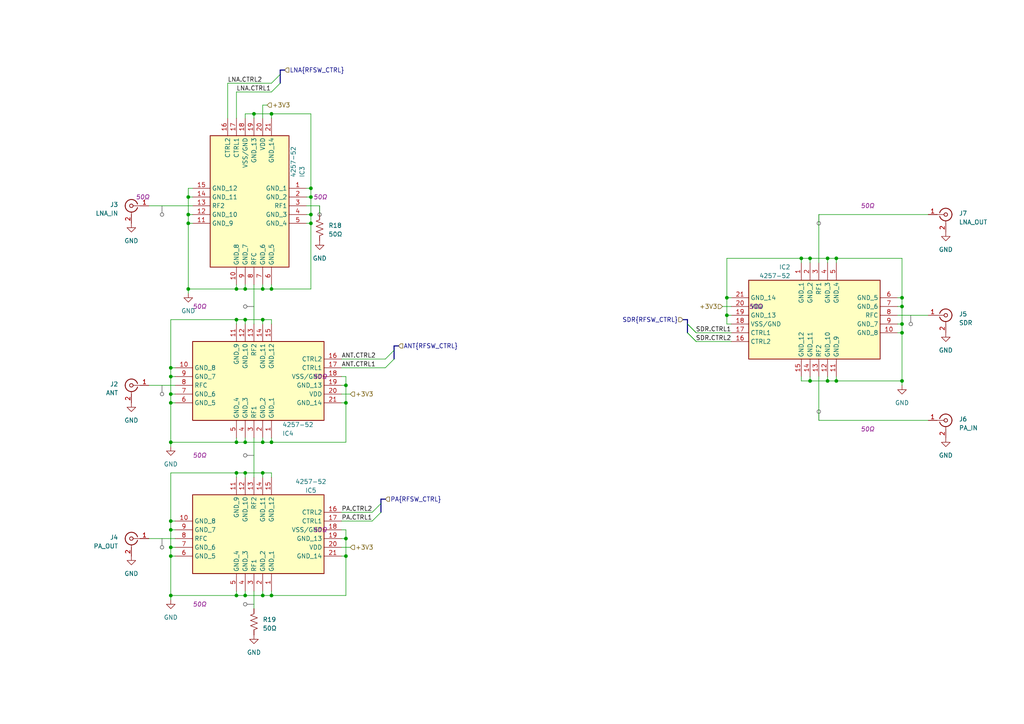
<source format=kicad_sch>
(kicad_sch (version 20230121) (generator eeschema)
  (paper "A4")
  (lib_symbols
    (symbol "4257-52:4257-52"
      (property "Reference" "IC" (at 29.21 20.32 0))
      (property "Value" "4257-52" (at 29.21 17.78 0))
      (symbol "4257-52_1_1"
        (rectangle (start 5.08 15.24) (end 27.94 -22.86) (stroke (width 0.254)) (fill (type background)))
        (pin passive line (at 0 0 0) (length 5.08) (name "GND_1") (number "1"))
        (pin passive line (at 20.32 -27.94 90) (length 5.08) (name "GND_8") (number "10"))
        (pin passive line (at 33.02 -10.16 180) (length 5.08) (name "GND_9") (number "11"))
        (pin passive line (at 33.02 -7.62 180) (length 5.08) (name "GND_10") (number "12"))
        (pin passive line (at 33.02 -5.08 180) (length 5.08) (name "RF2") (number "13"))
        (pin passive line (at 33.02 -2.54 180) (length 5.08) (name "GND_11") (number "14"))
        (pin passive line (at 33.02 0 180) (length 5.08) (name "GND_12") (number "15"))
        (pin passive line (at 22.86 20.32 270) (length 5.08) (name "CTRL2") (number "16"))
        (pin passive line (at 20.32 20.32 270) (length 5.08) (name "CTRL1") (number "17"))
        (pin passive line (at 17.78 20.32 270) (length 5.08) (name "VSS/GND") (number "18"))
        (pin passive line (at 15.24 20.32 270) (length 5.08) (name "GND_13") (number "19"))
        (pin passive line (at 0 -2.54 0) (length 5.08) (name "GND_2") (number "2"))
        (pin passive line (at 12.7 20.32 270) (length 5.08) (name "VDD") (number "20"))
        (pin passive line (at 10.16 20.32 270) (length 5.08) (name "GND_14") (number "21"))
        (pin passive line (at 0 -5.08 0) (length 5.08) (name "RF1") (number "3"))
        (pin passive line (at 0 -7.62 0) (length 5.08) (name "GND_3") (number "4"))
        (pin passive line (at 0 -10.16 0) (length 5.08) (name "GND_4") (number "5"))
        (pin passive line (at 10.16 -27.94 90) (length 5.08) (name "GND_5") (number "6"))
        (pin passive line (at 12.7 -27.94 90) (length 5.08) (name "GND_6") (number "7"))
        (pin passive line (at 15.24 -27.94 90) (length 5.08) (name "RFC") (number "8"))
        (pin passive line (at 17.78 -27.94 90) (length 5.08) (name "GND_7") (number "9"))
      )
    )
    (symbol "Connector:Conn_Coaxial" (pin_names (offset 1.016) hide)
      (property "Reference" "J" (at 0.254 3.048 0))
      (property "Value" "Conn_Coaxial" (at 2.921 0 90))
      (symbol "Conn_Coaxial_0_1"
        (arc (start -1.778 -0.508) (mid 0.2311 -1.8066) (end 1.778 0) (stroke (width 0.254)))
        (polyline (pts (xy -2.54 0) (xy -0.508 0)))
        (polyline (pts (xy 0 -2.54) (xy 0 -1.778)))
        (circle (center 0 0) (radius 0.508) (stroke (width 0.2032)))
        (arc (start 1.778 0) (mid 0.2099 1.8101) (end -1.778 0.508) (stroke (width 0.254)))
      )
      (symbol "Conn_Coaxial_1_1"
        (pin passive line (at -5.08 0 0) (length 2.54) (name "In") (number "1"))
        (pin passive line (at 0 -5.08 90) (length 2.54) (name "Ext") (number "2"))
      )
    )
    (symbol "Device:R_US" (pin_numbers hide) (pin_names (offset 0))
      (property "Reference" "R" (at 2.54 0 90))
      (property "Value" "R_US" (at -2.54 0 90))
      (symbol "R_US_0_1"
        (polyline (pts (xy 0 -2.286) (xy 0 -2.54)))
        (polyline (pts (xy 0 2.286) (xy 0 2.54)))
        (polyline (pts (xy 0 -0.762) (xy 1.016 -1.143) (xy 0 -1.524) (xy -1.016 -1.905) (xy 0 -2.286)))
        (polyline (pts (xy 0 0.762) (xy 1.016 0.381) (xy 0 0) (xy -1.016 -0.381) (xy 0 -0.762)))
        (polyline (pts (xy 0 2.286) (xy 1.016 1.905) (xy 0 1.524) (xy -1.016 1.143) (xy 0 0.762)))
      )
      (symbol "R_US_1_1"
        (pin passive line (at 0 3.81 270) (length 1.27) (name "~") (number "1"))
        (pin passive line (at 0 -3.81 90) (length 1.27) (name "~") (number "2"))
      )
    )
    (symbol "power:GND" (power) (pin_names (offset 0))
      (property "Value" "GND" (at 0 -3.81 0))
      (symbol "GND_0_1"
        (polyline (pts (xy 0 0) (xy 0 -1.27) (xy 1.27 -1.27) (xy 0 -2.54) (xy -1.27 -1.27) (xy 0 -1.27)))
      )
      (symbol "GND_1_1"
        (pin power_in line (at 0 0 270) (length 0) hide (name "GND") (number "1"))
      )
    )
  )
  (bus_alias "RFSW_CTRL" (members "CTRL1" "CTRL2"))
  (junction (at 242.57 74.93))
  (junction (at 76.2 92.71))
  (junction (at 71.12 92.71))
  (junction (at 68.58 137.16))
  (junction (at 68.58 172.72))
  (junction (at 73.66 33.02))
  (junction (at 76.2 128.27))
  (junction (at 71.12 137.16))
  (junction (at 76.2 172.72))
  (junction (at 49.53 106.68))
  (junction (at 100.33 111.76))
  (junction (at 242.57 110.49))
  (junction (at 210.82 91.44))
  (junction (at 49.53 161.29))
  (junction (at 68.58 83.82))
  (junction (at 49.53 128.27))
  (junction (at 100.33 156.21))
  (junction (at 49.53 172.72))
  (junction (at 78.74 172.72))
  (junction (at 49.53 109.22))
  (junction (at 234.95 110.49))
  (junction (at 71.12 128.27))
  (junction (at 90.17 64.77))
  (junction (at 54.61 57.15))
  (junction (at 240.03 110.49))
  (junction (at 76.2 83.82))
  (junction (at 78.74 33.02))
  (junction (at 261.62 110.49))
  (junction (at 90.17 62.23))
  (junction (at 90.17 57.15))
  (junction (at 49.53 151.13))
  (junction (at 261.62 93.98))
  (junction (at 68.58 128.27))
  (junction (at 78.74 128.27))
  (junction (at 232.41 74.93))
  (junction (at 49.53 153.67))
  (junction (at 76.2 137.16))
  (junction (at 100.33 116.84))
  (junction (at 71.12 172.72))
  (junction (at 261.62 86.36))
  (junction (at 68.58 92.71))
  (junction (at 54.61 83.82))
  (junction (at 71.12 83.82))
  (junction (at 49.53 114.3))
  (junction (at 210.82 86.36))
  (junction (at 90.17 54.61))
  (junction (at 49.53 158.75))
  (junction (at 234.95 74.93))
  (junction (at 240.03 74.93))
  (junction (at 261.62 96.52))
  (junction (at 100.33 161.29))
  (junction (at 54.61 64.77))
  (junction (at 78.74 83.82))
  (junction (at 49.53 116.84))
  (junction (at 54.61 62.23))
  (junction (at 261.62 88.9))
  (bus_entry (at 110.49 148.59) (size -2.54 2.54))
  (bus_entry (at 201.93 99.06) (size -2.54 -2.54))
  (bus_entry (at 110.49 146.05) (size -2.54 2.54))
  (bus_entry (at 199.39 96.52) (size 2.54 2.54))
  (bus_entry (at 201.93 96.52) (size -2.54 -2.54))
  (bus_entry (at 199.39 93.98) (size 2.54 2.54))
  (bus_entry (at 114.3 104.14) (size -2.54 2.54))
  (bus_entry (at 81.28 21.59) (size -2.54 2.54))
  (bus_entry (at 81.28 24.13) (size -2.54 2.54))
  (bus_entry (at 114.3 101.6) (size -2.54 2.54))
  (wire (pts (xy 90.17 57.15) (xy 88.9 57.15)))
  (wire (pts (xy 90.17 64.77) (xy 90.17 83.82)))
  (wire (pts (xy 71.12 137.16) (xy 71.12 138.43)))
  (bus (pts (xy 199.39 92.71) (xy 199.39 93.98)))
  (wire (pts (xy 261.62 88.9) (xy 261.62 93.98)))
  (wire (pts (xy 71.12 171.45) (xy 71.12 172.72)))
  (wire (pts (xy 100.33 116.84) (xy 99.06 116.84)))
  (wire (pts (xy 90.17 64.77) (xy 88.9 64.77)))
  (wire (pts (xy 55.88 64.77) (xy 54.61 64.77)))
  (wire (pts (xy 100.33 128.27) (xy 100.33 116.84)))
  (wire (pts (xy 54.61 85.09) (xy 54.61 83.82)))
  (wire (pts (xy 100.33 153.67) (xy 99.06 153.67)))
  (wire (pts (xy 71.12 92.71) (xy 68.58 92.71)))
  (wire (pts (xy 234.95 110.49) (xy 232.41 110.49)))
  (wire (pts (xy 100.33 156.21) (xy 99.06 156.21)))
  (wire (pts (xy 210.82 74.93) (xy 232.41 74.93)))
  (wire (pts (xy 212.09 91.44) (xy 210.82 91.44)))
  (wire (pts (xy 76.2 83.82) (xy 71.12 83.82)))
  (wire (pts (xy 201.93 96.52) (xy 212.09 96.52)))
  (wire (pts (xy 55.88 62.23) (xy 54.61 62.23)))
  (wire (pts (xy 242.57 109.22) (xy 242.57 110.49)))
  (bus (pts (xy 110.49 146.05) (xy 110.49 148.59)))
  (wire (pts (xy 210.82 86.36) (xy 210.82 74.93)))
  (wire (pts (xy 54.61 57.15) (xy 54.61 54.61)))
  (wire (pts (xy 99.06 148.59) (xy 107.95 148.59)))
  (wire (pts (xy 49.53 106.68) (xy 49.53 109.22)))
  (wire (pts (xy 71.12 128.27) (xy 68.58 128.27)))
  (wire (pts (xy 99.06 151.13) (xy 107.95 151.13)))
  (wire (pts (xy 78.74 82.55) (xy 78.74 83.82)))
  (wire (pts (xy 76.2 137.16) (xy 71.12 137.16)))
  (wire (pts (xy 210.82 93.98) (xy 210.82 91.44)))
  (wire (pts (xy 49.53 109.22) (xy 49.53 114.3)))
  (wire (pts (xy 68.58 26.67) (xy 78.74 26.67)))
  (wire (pts (xy 71.12 92.71) (xy 71.12 93.98)))
  (wire (pts (xy 49.53 129.54) (xy 49.53 128.27)))
  (wire (pts (xy 66.04 24.13) (xy 78.74 24.13)))
  (wire (pts (xy 55.88 59.69) (xy 43.18 59.69)))
  (wire (pts (xy 240.03 110.49) (xy 234.95 110.49)))
  (wire (pts (xy 240.03 109.22) (xy 240.03 110.49)))
  (wire (pts (xy 68.58 128.27) (xy 49.53 128.27)))
  (wire (pts (xy 212.09 86.36) (xy 210.82 86.36)))
  (wire (pts (xy 234.95 74.93) (xy 240.03 74.93)))
  (wire (pts (xy 100.33 111.76) (xy 99.06 111.76)))
  (wire (pts (xy 90.17 62.23) (xy 90.17 64.77)))
  (wire (pts (xy 76.2 128.27) (xy 71.12 128.27)))
  (wire (pts (xy 49.53 151.13) (xy 50.8 151.13)))
  (wire (pts (xy 261.62 96.52) (xy 260.35 96.52)))
  (wire (pts (xy 49.53 137.16) (xy 49.53 151.13)))
  (wire (pts (xy 73.66 34.29) (xy 73.66 33.02)))
  (wire (pts (xy 100.33 128.27) (xy 78.74 128.27)))
  (wire (pts (xy 101.6 114.3) (xy 99.06 114.3)))
  (wire (pts (xy 71.12 34.29) (xy 71.12 33.02)))
  (wire (pts (xy 100.33 161.29) (xy 99.06 161.29)))
  (wire (pts (xy 269.24 91.44) (xy 260.35 91.44)))
  (wire (pts (xy 99.06 106.68) (xy 111.76 106.68)))
  (wire (pts (xy 76.2 172.72) (xy 78.74 172.72)))
  (bus (pts (xy 110.49 144.78) (xy 110.49 146.05)))
  (wire (pts (xy 76.2 171.45) (xy 76.2 172.72)))
  (wire (pts (xy 50.8 161.29) (xy 49.53 161.29)))
  (wire (pts (xy 240.03 74.93) (xy 240.03 76.2)))
  (wire (pts (xy 54.61 64.77) (xy 54.61 62.23)))
  (wire (pts (xy 49.53 158.75) (xy 50.8 158.75)))
  (wire (pts (xy 90.17 54.61) (xy 88.9 54.61)))
  (wire (pts (xy 240.03 74.93) (xy 242.57 74.93)))
  (wire (pts (xy 49.53 172.72) (xy 68.58 172.72)))
  (wire (pts (xy 68.58 92.71) (xy 49.53 92.71)))
  (wire (pts (xy 54.61 83.82) (xy 54.61 64.77)))
  (wire (pts (xy 90.17 54.61) (xy 90.17 57.15)))
  (wire (pts (xy 76.2 83.82) (xy 76.2 82.55)))
  (wire (pts (xy 78.74 93.98) (xy 78.74 92.71)))
  (wire (pts (xy 261.62 93.98) (xy 260.35 93.98)))
  (wire (pts (xy 261.62 93.98) (xy 261.62 96.52)))
  (wire (pts (xy 212.09 93.98) (xy 210.82 93.98)))
  (wire (pts (xy 78.74 128.27) (xy 76.2 128.27)))
  (wire (pts (xy 55.88 57.15) (xy 54.61 57.15)))
  (wire (pts (xy 50.8 156.21) (xy 43.18 156.21)))
  (wire (pts (xy 71.12 33.02) (xy 73.66 33.02)))
  (wire (pts (xy 100.33 109.22) (xy 100.33 111.76)))
  (wire (pts (xy 261.62 96.52) (xy 261.62 110.49)))
  (bus (pts (xy 114.3 100.33) (xy 114.3 101.6)))
  (wire (pts (xy 50.8 153.67) (xy 49.53 153.67)))
  (wire (pts (xy 100.33 172.72) (xy 100.33 161.29)))
  (wire (pts (xy 78.74 171.45) (xy 78.74 172.72)))
  (wire (pts (xy 261.62 74.93) (xy 261.62 86.36)))
  (wire (pts (xy 90.17 83.82) (xy 78.74 83.82)))
  (wire (pts (xy 49.53 116.84) (xy 49.53 128.27)))
  (wire (pts (xy 210.82 86.36) (xy 210.82 91.44)))
  (wire (pts (xy 55.88 54.61) (xy 54.61 54.61)))
  (wire (pts (xy 54.61 62.23) (xy 54.61 57.15)))
  (wire (pts (xy 78.74 33.02) (xy 90.17 33.02)))
  (wire (pts (xy 237.49 62.23) (xy 237.49 76.2)))
  (bus (pts (xy 111.76 144.78) (xy 110.49 144.78)))
  (wire (pts (xy 71.12 127) (xy 71.12 128.27)))
  (wire (pts (xy 261.62 110.49) (xy 242.57 110.49)))
  (wire (pts (xy 90.17 57.15) (xy 90.17 62.23)))
  (bus (pts (xy 115.57 100.33) (xy 114.3 100.33)))
  (bus (pts (xy 81.28 20.32) (xy 81.28 21.59)))
  (wire (pts (xy 49.53 114.3) (xy 49.53 116.84)))
  (wire (pts (xy 201.93 99.06) (xy 212.09 99.06)))
  (wire (pts (xy 49.53 158.75) (xy 49.53 161.29)))
  (wire (pts (xy 232.41 74.93) (xy 234.95 74.93)))
  (wire (pts (xy 49.53 92.71) (xy 49.53 106.68)))
  (bus (pts (xy 114.3 101.6) (xy 114.3 104.14)))
  (wire (pts (xy 49.53 153.67) (xy 49.53 158.75)))
  (wire (pts (xy 100.33 161.29) (xy 100.33 156.21)))
  (wire (pts (xy 68.58 83.82) (xy 68.58 82.55)))
  (wire (pts (xy 49.53 151.13) (xy 49.53 153.67)))
  (wire (pts (xy 242.57 110.49) (xy 240.03 110.49)))
  (wire (pts (xy 50.8 114.3) (xy 49.53 114.3)))
  (bus (pts (xy 82.55 20.32) (xy 81.28 20.32)))
  (wire (pts (xy 68.58 92.71) (xy 68.58 93.98)))
  (wire (pts (xy 76.2 127) (xy 76.2 128.27)))
  (wire (pts (xy 68.58 26.67) (xy 68.58 34.29)))
  (wire (pts (xy 68.58 83.82) (xy 54.61 83.82)))
  (wire (pts (xy 100.33 111.76) (xy 100.33 116.84)))
  (wire (pts (xy 90.17 62.23) (xy 88.9 62.23)))
  (wire (pts (xy 68.58 171.45) (xy 68.58 172.72)))
  (wire (pts (xy 99.06 104.14) (xy 111.76 104.14)))
  (wire (pts (xy 66.04 24.13) (xy 66.04 34.29)))
  (wire (pts (xy 92.71 59.69) (xy 92.71 62.23)))
  (bus (pts (xy 199.39 93.98) (xy 199.39 96.52)))
  (wire (pts (xy 90.17 33.02) (xy 90.17 54.61)))
  (wire (pts (xy 78.74 92.71) (xy 76.2 92.71)))
  (wire (pts (xy 68.58 172.72) (xy 71.12 172.72)))
  (wire (pts (xy 237.49 109.22) (xy 237.49 121.92)))
  (wire (pts (xy 88.9 59.69) (xy 92.71 59.69)))
  (wire (pts (xy 261.62 111.76) (xy 261.62 110.49)))
  (wire (pts (xy 71.12 83.82) (xy 71.12 82.55)))
  (wire (pts (xy 71.12 172.72) (xy 76.2 172.72)))
  (wire (pts (xy 237.49 121.92) (xy 269.24 121.92)))
  (wire (pts (xy 76.2 92.71) (xy 71.12 92.71)))
  (bus (pts (xy 198.12 92.71) (xy 199.39 92.71)))
  (wire (pts (xy 260.35 86.36) (xy 261.62 86.36)))
  (wire (pts (xy 68.58 127) (xy 68.58 128.27)))
  (wire (pts (xy 50.8 109.22) (xy 49.53 109.22)))
  (wire (pts (xy 242.57 74.93) (xy 261.62 74.93)))
  (wire (pts (xy 234.95 109.22) (xy 234.95 110.49)))
  (wire (pts (xy 242.57 74.93) (xy 242.57 76.2)))
  (wire (pts (xy 76.2 137.16) (xy 76.2 138.43)))
  (wire (pts (xy 261.62 88.9) (xy 260.35 88.9)))
  (wire (pts (xy 78.74 83.82) (xy 76.2 83.82)))
  (wire (pts (xy 68.58 137.16) (xy 49.53 137.16)))
  (wire (pts (xy 232.41 109.22) (xy 232.41 110.49)))
  (wire (pts (xy 101.6 158.75) (xy 99.06 158.75)))
  (wire (pts (xy 76.2 30.48) (xy 76.2 34.29)))
  (wire (pts (xy 99.06 109.22) (xy 100.33 109.22)))
  (wire (pts (xy 78.74 127) (xy 78.74 128.27)))
  (wire (pts (xy 50.8 116.84) (xy 49.53 116.84)))
  (wire (pts (xy 78.74 137.16) (xy 78.74 138.43)))
  (bus (pts (xy 81.28 21.59) (xy 81.28 24.13)))
  (wire (pts (xy 100.33 156.21) (xy 100.33 153.67)))
  (wire (pts (xy 76.2 92.71) (xy 76.2 93.98)))
  (wire (pts (xy 73.66 171.45) (xy 73.66 176.53)))
  (wire (pts (xy 261.62 86.36) (xy 261.62 88.9)))
  (wire (pts (xy 73.66 127) (xy 73.66 138.43)))
  (wire (pts (xy 71.12 137.16) (xy 68.58 137.16)))
  (wire (pts (xy 78.74 34.29) (xy 78.74 33.02)))
  (wire (pts (xy 50.8 111.76) (xy 43.18 111.76)))
  (wire (pts (xy 73.66 82.55) (xy 73.66 93.98)))
  (wire (pts (xy 269.24 62.23) (xy 237.49 62.23)))
  (wire (pts (xy 50.8 106.68) (xy 49.53 106.68)))
  (wire (pts (xy 78.74 33.02) (xy 73.66 33.02)))
  (wire (pts (xy 212.09 88.9) (xy 209.55 88.9)))
  (wire (pts (xy 234.95 74.93) (xy 234.95 76.2)))
  (wire (pts (xy 232.41 74.93) (xy 232.41 76.2)))
  (wire (pts (xy 49.53 161.29) (xy 49.53 172.72)))
  (wire (pts (xy 76.2 30.48) (xy 77.47 30.48)))
  (wire (pts (xy 78.74 172.72) (xy 100.33 172.72)))
  (wire (pts (xy 78.74 137.16) (xy 76.2 137.16)))
  (wire (pts (xy 71.12 83.82) (xy 68.58 83.82)))
  (wire (pts (xy 68.58 137.16) (xy 68.58 138.43)))
  (wire (pts (xy 49.53 173.99) (xy 49.53 172.72)))
  (label "PA.CTRL1" (at 99.06 151.13 0))
  (label "ANT.CTRL1" (at 99.06 106.68 0))
  (label "ANT.CTRL2" (at 99.06 104.14 0))
  (label "LNA.CTRL2" (at 66.04 24.13 0))
  (label "SDR.CTRL2" (at 212.09 99.06 180))
  (label "SDR.CTRL1" (at 212.09 96.52 180))
  (label "PA.CTRL2" (at 99.06 148.59 0))
  (label "LNA.CTRL1" (at 68.58 26.67 0))
  (hierarchical_label "PA{RFSW_CTRL}" (shape input) (at 111.76 144.78 0))
  (hierarchical_label "ANT{RFSW_CTRL}" (shape input) (at 115.57 100.33 0))
  (hierarchical_label "+3V3" (shape input) (at 209.55 88.9 180))
  (hierarchical_label "+3V3" (shape input) (at 101.6 114.3 0))
  (hierarchical_label "SDR{RFSW_CTRL}" (shape input) (at 198.12 92.71 180))
  (hierarchical_label "+3V3" (shape input) (at 101.6 158.75 0))
  (hierarchical_label "+3V3" (shape input) (at 77.47 30.48 0))
  (hierarchical_label "LNA{RFSW_CTRL}" (shape input) (at 82.55 20.32 0))
  (netclass_flag "" (length 2.54) (shape round) (at 46.99 111.76 180) (property "Netclass" "50Ω" (at 90.8685 109.22 0) (effects (font italic) (justify left))))
  (netclass_flag "" (length 2.54) (shape round) (at 264.16 91.44 180) (property "Netclass" "50Ω" (at 217.17 88.9 0) (effects (font italic) (justify left))))
  (netclass_flag "" (length 2.54) (shape round) (at 46.99 59.69 180) (property "Netclass" "50Ω" (at 90.8685 57.15 0) (effects (font italic) (justify left))))
  (netclass_flag "" (length 2.54) (shape round) (at 73.66 132.08 90) (property "Netclass" "50Ω" (at 55.88 132.08 0) (effects (font italic) (justify left))))
  (netclass_flag "" (length 2.54) (shape round) (at 92.71 59.69 180) (property "Netclass" "50Ω" (at 39.37 57.15 0) (effects (font italic) (justify left))))
  (netclass_flag "" (length 2.54) (shape round) (at 73.66 88.9 90) (property "Netclass" "50Ω" (at 55.88 88.9 0) (effects (font italic) (justify left))))
  (netclass_flag "" (length 2.54) (shape round) (at 46.99 156.21 180) (property "Netclass" "50Ω" (at 90.8685 153.67 0) (effects (font italic) (justify left))))
  (netclass_flag "" (length 2.54) (shape round) (at 237.49 62.23 180) (property "Netclass" "50Ω" (at 249.6185 59.69 0) (effects (font italic) (justify left))))
  (netclass_flag "" (length 2.54) (shape round) (at 73.66 175.26 90) (property "Netclass" "50Ω" (at 55.88 175.26 0) (effects (font italic) (justify left))))
  (netclass_flag "" (length 2.54) (shape round) (at 237.49 121.92 0) (property "Netclass" "50Ω" (at 249.6185 124.46 0) (effects (font italic) (justify left))))
  (symbol (lib_id "power:GND") (at 92.71 69.85 0) (mirror y) (unit 1)
    (property "Reference" "#PWR038" (effects hide))
    (property "Value" "GND" (at 92.71 74.93 0))
  )
  (symbol (lib_id "Device:R_US") (at 92.71 66.04 0) (mirror y) (unit 1)
    (property "Reference" "R18" (at 95.25 65.405 0) (effects (justify right)))
    (property "Value" "50Ω" (at 95.25 67.945 0) (effects (justify right)))
    (property "Footprint" "Resistor_SMD:R_1206_3216Metric_Pad1.30x1.75mm_HandSolder" (effects hide))
  )
  (symbol (lib_id "Connector:Conn_Coaxial") (at 274.32 121.92 0) (unit 1)
    (property "Reference" "J6" (at 278.13 121.5782 0) (effects (justify left)))
    (property "Value" "PA_IN" (at 278.13 124.1182 0) (effects (justify left)))
    (property "Footprint" "Library:SMA_Amphenol_901-143_Horizontal-NoEdge" (effects hide))
    (property "Datasheet" " ~" (effects hide))
  )
  (symbol (lib_id "power:GND") (at 54.61 85.09 0) (mirror y) (unit 1)
    (property "Reference" "#PWR07" (effects hide))
    (property "Value" "GND" (at 54.61 90.17 0))
  )
  (symbol (lib_id "Connector:Conn_Coaxial") (at 274.32 62.23 0) (unit 1)
    (property "Reference" "J7" (at 278.13 61.8882 0) (effects (justify left)))
    (property "Value" "LNA_OUT" (at 278.13 64.4282 0) (effects (justify left)))
    (property "Footprint" "Library:SMA_Amphenol_901-143_Horizontal-NoEdge" (effects hide))
    (property "Datasheet" " ~" (effects hide))
  )
  (symbol (lib_id "power:GND") (at 274.32 67.31 0) (unit 1)
    (property "Reference" "#PWR014" (effects hide))
    (property "Value" "GND" (at 274.32 72.39 0))
  )
  (symbol (lib_id "4257-52:4257-52") (at 232.41 76.2 90) (mirror x) (unit 1)
    (property "Reference" "IC2" (at 229.2603 77.47 90) (effects (justify left)))
    (property "Value" "4257-52" (at 229.2603 80.01 90) (effects (justify left)))
    (property "Footprint" "LIB_4257-52-KiCad:QFN50P400X400X90-21N" (effects hide))
    (property "Datasheet" "http://www.psemi.com/pdf/datasheets/pe4257ds.pdf" (effects hide))
    (property "Height" "0.9" (effects hide))
    (property "Mouser Part Number" "81-4257-52" (effects hide))
    (property "Mouser Price/Stock" "https://www.mouser.co.uk/ProductDetail/pSemi/4257-52?qs=iw0hurA%2FaD2MeCeinxrOjw%3D%3D" (effects hide))
    (property "Manufacturer_Name" "Peregrine Semiconductor" (effects hide))
    (property "Manufacturer_Part_Number" "4257-52" (effects hide))
  )
  (symbol (lib_id "power:GND") (at 49.53 129.54 0) (unit 1)
    (property "Reference" "#PWR06" (effects hide))
    (property "Value" "GND" (at 49.53 134.62 0))
  )
  (symbol (lib_id "power:GND") (at 261.62 111.76 0) (mirror y) (unit 1)
    (property "Reference" "#PWR05" (effects hide))
    (property "Value" "GND" (at 261.62 116.84 0))
  )
  (symbol (lib_id "power:GND") (at 49.53 173.99 0) (unit 1)
    (property "Reference" "#PWR08" (effects hide))
    (property "Value" "GND" (at 49.53 179.07 0))
  )
  (symbol (lib_id "power:GND") (at 274.32 127 0) (unit 1)
    (property "Reference" "#PWR013" (effects hide))
    (property "Value" "GND" (at 274.32 132.08 0))
  )
  (symbol (lib_id "4257-52:4257-52") (at 78.74 127 270) (mirror x) (unit 1)
    (property "Reference" "IC4" (at 81.8897 125.73 90) (effects (justify left)))
    (property "Value" "4257-52" (at 81.8897 123.19 90) (effects (justify left)))
    (property "Footprint" "LIB_4257-52-KiCad:QFN50P400X400X90-21N" (effects hide))
    (property "Datasheet" "http://www.psemi.com/pdf/datasheets/pe4257ds.pdf" (effects hide))
    (property "Height" "0.9" (effects hide))
    (property "Mouser Part Number" "81-4257-52" (effects hide))
    (property "Mouser Price/Stock" "https://www.mouser.co.uk/ProductDetail/pSemi/4257-52?qs=iw0hurA%2FaD2MeCeinxrOjw%3D%3D" (effects hide))
    (property "Manufacturer_Name" "Peregrine Semiconductor" (effects hide))
    (property "Manufacturer_Part_Number" "4257-52" (effects hide))
  )
  (symbol (lib_id "power:GND") (at 73.66 184.15 0) (mirror y) (unit 1)
    (property "Reference" "#PWR039" (effects hide))
    (property "Value" "GND" (at 73.66 189.23 0))
  )
  (symbol (lib_id "Connector:Conn_Coaxial") (at 38.1 59.69 0) (mirror y) (unit 1)
    (property "Reference" "J3" (at 34.29 59.3482 0) (effects (justify left)))
    (property "Value" "LNA_IN" (at 34.29 61.8882 0) (effects (justify left)))
    (property "Footprint" "Library:SMA_Amphenol_901-143_Horizontal-NoEdge" (effects hide))
    (property "Datasheet" " ~" (effects hide))
  )
  (symbol (lib_id "Connector:Conn_Coaxial") (at 38.1 156.21 0) (mirror y) (unit 1)
    (property "Reference" "J4" (at 34.29 155.8682 0) (effects (justify left)))
    (property "Value" "PA_OUT" (at 34.29 158.4082 0) (effects (justify left)))
    (property "Footprint" "Library:SMA_Amphenol_901-143_Horizontal-NoEdge" (effects hide))
    (property "Datasheet" " ~" (effects hide))
  )
  (symbol (lib_id "4257-52:4257-52") (at 78.74 171.45 270) (mirror x) (unit 1)
    (property "Reference" "IC5" (at 90.17 142.24 90))
    (property "Value" "4257-52" (at 90.17 139.7 90))
    (property "Footprint" "LIB_4257-52-KiCad:QFN50P400X400X90-21N" (effects hide))
    (property "Datasheet" "http://www.psemi.com/pdf/datasheets/pe4257ds.pdf" (effects hide))
    (property "Height" "0.9" (effects hide))
    (property "Mouser Part Number" "81-4257-52" (effects hide))
    (property "Mouser Price/Stock" "https://www.mouser.co.uk/ProductDetail/pSemi/4257-52?qs=iw0hurA%2FaD2MeCeinxrOjw%3D%3D" (effects hide))
    (property "Manufacturer_Name" "Peregrine Semiconductor" (effects hide))
    (property "Manufacturer_Part_Number" "4257-52" (effects hide))
    (instances (project "half_duplex_switch-rev0_2a" (path "" (reference "IC5") (unit 1))) (project "half_duplex_switch" (path "" (reference "IC1") (unit 1)) (path "" (reference "IC4") (unit 1))))
  )
  (symbol (lib_id "power:GND") (at 38.1 64.77 0) (mirror y) (unit 1)
    (property "Reference" "#PWR09" (effects hide))
    (property "Value" "GND" (at 38.1 69.85 0))
  )
  (symbol (lib_id "Connector:Conn_Coaxial") (at 274.32 91.44 0) (unit 1)
    (property "Reference" "J5" (at 278.13 91.0982 0) (effects (justify left)))
    (property "Value" "SDR" (at 278.13 93.6382 0) (effects (justify left)))
    (property "Footprint" "Library:SMA_Amphenol_901-143_Horizontal-NoEdge" (effects hide))
    (property "Datasheet" " ~" (effects hide))
  )
  (symbol (lib_id "power:GND") (at 274.32 96.52 0) (unit 1)
    (property "Reference" "#PWR012" (effects hide))
    (property "Value" "GND" (at 274.32 101.6 0))
  )
  (symbol (lib_id "Connector:Conn_Coaxial") (at 38.1 111.76 0) (mirror y) (unit 1)
    (property "Reference" "J2" (at 34.29 111.4182 0) (effects (justify left)))
    (property "Value" "ANT" (at 34.29 113.9582 0) (effects (justify left)))
    (property "Footprint" "Library:SMA_Amphenol_901-143_Horizontal-NoEdge" (effects hide))
    (property "Datasheet" " ~" (effects hide))
  )
  (symbol (lib_id "4257-52:4257-52") (at 88.9 54.61 0) (mirror y) (unit 1)
    (property "Reference" "IC3" (at 87.63 51.4603 90) (effects (justify left)))
    (property "Value" "4257-52" (at 85.09 51.4603 90) (effects (justify left)))
    (property "Footprint" "LIB_4257-52-KiCad:QFN50P400X400X90-21N" (effects hide))
    (property "Datasheet" "http://www.psemi.com/pdf/datasheets/pe4257ds.pdf" (effects hide))
    (property "Height" "0.9" (effects hide))
    (property "Mouser Part Number" "81-4257-52" (effects hide))
    (property "Mouser Price/Stock" "https://www.mouser.co.uk/ProductDetail/pSemi/4257-52?qs=iw0hurA%2FaD2MeCeinxrOjw%3D%3D" (effects hide))
    (property "Manufacturer_Name" "Peregrine Semiconductor" (effects hide))
    (property "Manufacturer_Part_Number" "4257-52" (effects hide))
  )
  (symbol (lib_id "power:GND") (at 38.1 116.84 0) (mirror y) (unit 1)
    (property "Reference" "#PWR010" (effects hide))
    (property "Value" "GND" (at 38.1 121.92 0))
  )
  (symbol (lib_id "power:GND") (at 38.1 161.29 0) (mirror y) (unit 1)
    (property "Reference" "#PWR011" (effects hide))
    (property "Value" "GND" (at 38.1 166.37 0))
  )
  (symbol (lib_id "Device:R_US") (at 73.66 180.34 0) (mirror y) (unit 1)
    (property "Reference" "R19" (at 76.2 179.705 0) (effects (justify right)))
    (property "Value" "50Ω" (at 76.2 182.245 0) (effects (justify right)))
    (property "Footprint" "Resistor_SMD:R_1206_3216Metric_Pad1.30x1.75mm_HandSolder" (effects hide))
  )
)
</source>
